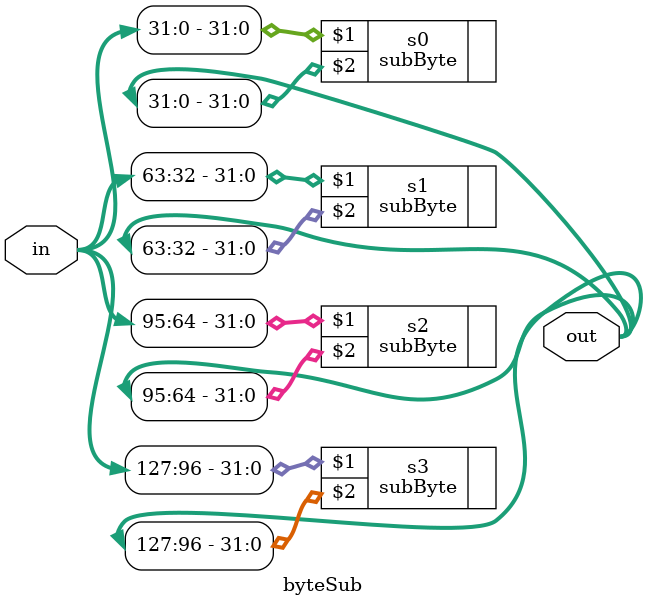
<source format=v>
`ifndef BYTE_SUB_V
`define BYTE_SUB_V

`include "subByte.v"
module byteSub ( // 
     input [127:0] in ,
     output [127:0] out 
);

wire [127:0]bs_out ;

subByte s0(in[31 -: 32] , out[31 -: 32]) ; 
subByte s1(in[63 -: 32] ,out[63 -: 32]); 
subByte s2(in[95 -: 32] , out[95 -: 32]) ; 
subByte s3(in[127 -: 32] , out[127 -: 32]) ; 
     
endmodule
`endif
</source>
